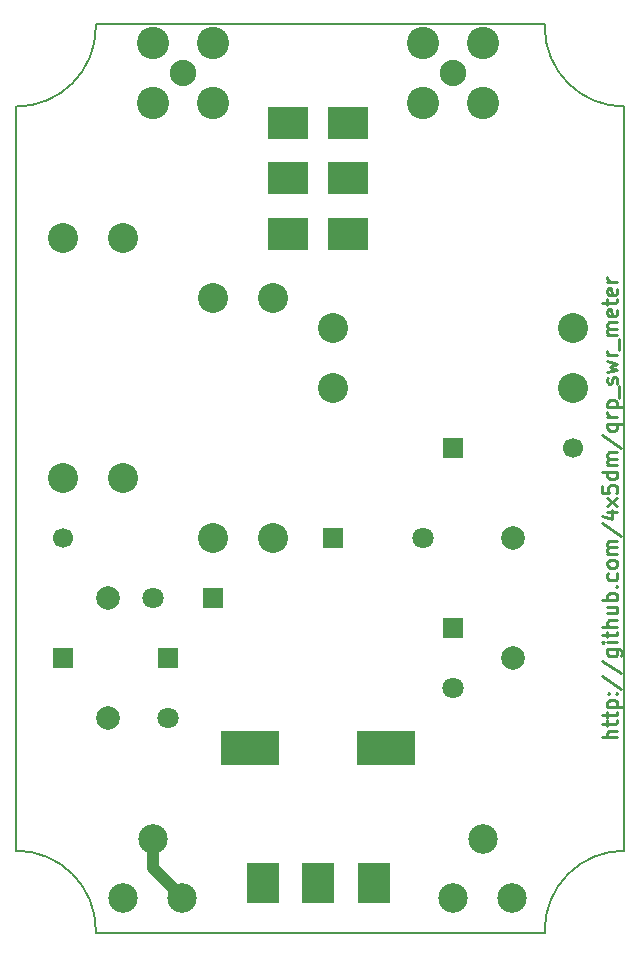
<source format=gbr>
G04 #@! TF.FileFunction,Copper,L1,Top,Signal*
%FSLAX46Y46*%
G04 Gerber Fmt 4.6, Leading zero omitted, Abs format (unit mm)*
G04 Created by KiCad (PCBNEW 4.0.4-stable) date 09/05/16 00:54:51*
%MOMM*%
%LPD*%
G01*
G04 APERTURE LIST*
%ADD10C,0.100000*%
%ADD11C,0.150000*%
%ADD12C,0.250000*%
%ADD13R,5.000000X3.000000*%
%ADD14C,2.000000*%
%ADD15C,1.998980*%
%ADD16C,2.499360*%
%ADD17C,2.740000*%
%ADD18C,2.240000*%
%ADD19R,2.800000X3.400000*%
%ADD20R,3.400000X2.800000*%
%ADD21R,1.800000X1.800000*%
%ADD22C,1.800000*%
%ADD23C,1.699260*%
%ADD24R,1.699260X1.699260*%
%ADD25C,2.540000*%
%ADD26C,1.000000*%
%ADD27C,0.750000*%
G04 APERTURE END LIST*
D10*
D11*
X124700000Y-65660000D02*
X124700000Y-65910000D01*
X162700000Y-65660000D02*
X124700000Y-65660000D01*
X162700000Y-65910000D02*
X162700000Y-65660000D01*
X162700000Y-142660000D02*
X162700000Y-142410000D01*
X124700000Y-142660000D02*
X162700000Y-142660000D01*
X124700000Y-142410000D02*
X124700000Y-142660000D01*
X117950000Y-72660000D02*
X117950000Y-135660000D01*
X169450000Y-135660000D02*
X169450000Y-72660000D01*
X169450000Y-135660000D02*
G75*
G03X162700000Y-142410000I0J-6750000D01*
G01*
X124700000Y-142410000D02*
G75*
G03X117950000Y-135660000I-6750000J0D01*
G01*
X117950000Y-72660000D02*
G75*
G03X124700000Y-65910000I0J6750000D01*
G01*
X162700000Y-65910000D02*
G75*
G03X169450000Y-72660000I6750000J0D01*
G01*
D12*
X168840476Y-126055001D02*
X167590476Y-126055001D01*
X168840476Y-125519287D02*
X168185714Y-125519287D01*
X168066667Y-125578810D01*
X168007143Y-125697858D01*
X168007143Y-125876430D01*
X168066667Y-125995477D01*
X168126190Y-126055001D01*
X168007143Y-125102620D02*
X168007143Y-124626430D01*
X167590476Y-124924049D02*
X168661905Y-124924049D01*
X168780952Y-124864525D01*
X168840476Y-124745478D01*
X168840476Y-124626430D01*
X168007143Y-124388334D02*
X168007143Y-123912144D01*
X167590476Y-124209763D02*
X168661905Y-124209763D01*
X168780952Y-124150239D01*
X168840476Y-124031192D01*
X168840476Y-123912144D01*
X168007143Y-123495477D02*
X169257143Y-123495477D01*
X168066667Y-123495477D02*
X168007143Y-123376429D01*
X168007143Y-123138334D01*
X168066667Y-123019286D01*
X168126190Y-122959763D01*
X168245238Y-122900239D01*
X168602381Y-122900239D01*
X168721429Y-122959763D01*
X168780952Y-123019286D01*
X168840476Y-123138334D01*
X168840476Y-123376429D01*
X168780952Y-123495477D01*
X168721429Y-122364525D02*
X168780952Y-122305001D01*
X168840476Y-122364525D01*
X168780952Y-122424049D01*
X168721429Y-122364525D01*
X168840476Y-122364525D01*
X168066667Y-122364525D02*
X168126190Y-122305001D01*
X168185714Y-122364525D01*
X168126190Y-122424049D01*
X168066667Y-122364525D01*
X168185714Y-122364525D01*
X167530952Y-120876430D02*
X169138095Y-121947858D01*
X167530952Y-119566906D02*
X169138095Y-120638334D01*
X168007143Y-118614525D02*
X169019048Y-118614525D01*
X169138095Y-118674048D01*
X169197619Y-118733572D01*
X169257143Y-118852620D01*
X169257143Y-119031191D01*
X169197619Y-119150239D01*
X168780952Y-118614525D02*
X168840476Y-118733572D01*
X168840476Y-118971668D01*
X168780952Y-119090715D01*
X168721429Y-119150239D01*
X168602381Y-119209763D01*
X168245238Y-119209763D01*
X168126190Y-119150239D01*
X168066667Y-119090715D01*
X168007143Y-118971668D01*
X168007143Y-118733572D01*
X168066667Y-118614525D01*
X168840476Y-118019287D02*
X168007143Y-118019287D01*
X167590476Y-118019287D02*
X167650000Y-118078811D01*
X167709524Y-118019287D01*
X167650000Y-117959763D01*
X167590476Y-118019287D01*
X167709524Y-118019287D01*
X168007143Y-117602620D02*
X168007143Y-117126430D01*
X167590476Y-117424049D02*
X168661905Y-117424049D01*
X168780952Y-117364525D01*
X168840476Y-117245478D01*
X168840476Y-117126430D01*
X168840476Y-116709763D02*
X167590476Y-116709763D01*
X168840476Y-116174049D02*
X168185714Y-116174049D01*
X168066667Y-116233572D01*
X168007143Y-116352620D01*
X168007143Y-116531192D01*
X168066667Y-116650239D01*
X168126190Y-116709763D01*
X168007143Y-115043097D02*
X168840476Y-115043097D01*
X168007143Y-115578811D02*
X168661905Y-115578811D01*
X168780952Y-115519287D01*
X168840476Y-115400240D01*
X168840476Y-115221668D01*
X168780952Y-115102620D01*
X168721429Y-115043097D01*
X168840476Y-114447859D02*
X167590476Y-114447859D01*
X168066667Y-114447859D02*
X168007143Y-114328811D01*
X168007143Y-114090716D01*
X168066667Y-113971668D01*
X168126190Y-113912145D01*
X168245238Y-113852621D01*
X168602381Y-113852621D01*
X168721429Y-113912145D01*
X168780952Y-113971668D01*
X168840476Y-114090716D01*
X168840476Y-114328811D01*
X168780952Y-114447859D01*
X168721429Y-113316907D02*
X168780952Y-113257383D01*
X168840476Y-113316907D01*
X168780952Y-113376431D01*
X168721429Y-113316907D01*
X168840476Y-113316907D01*
X168780952Y-112185955D02*
X168840476Y-112305002D01*
X168840476Y-112543098D01*
X168780952Y-112662145D01*
X168721429Y-112721669D01*
X168602381Y-112781193D01*
X168245238Y-112781193D01*
X168126190Y-112721669D01*
X168066667Y-112662145D01*
X168007143Y-112543098D01*
X168007143Y-112305002D01*
X168066667Y-112185955D01*
X168840476Y-111471669D02*
X168780952Y-111590716D01*
X168721429Y-111650240D01*
X168602381Y-111709764D01*
X168245238Y-111709764D01*
X168126190Y-111650240D01*
X168066667Y-111590716D01*
X168007143Y-111471669D01*
X168007143Y-111293097D01*
X168066667Y-111174049D01*
X168126190Y-111114526D01*
X168245238Y-111055002D01*
X168602381Y-111055002D01*
X168721429Y-111114526D01*
X168780952Y-111174049D01*
X168840476Y-111293097D01*
X168840476Y-111471669D01*
X168840476Y-110519288D02*
X168007143Y-110519288D01*
X168126190Y-110519288D02*
X168066667Y-110459764D01*
X168007143Y-110340717D01*
X168007143Y-110162145D01*
X168066667Y-110043097D01*
X168185714Y-109983574D01*
X168840476Y-109983574D01*
X168185714Y-109983574D02*
X168066667Y-109924050D01*
X168007143Y-109805002D01*
X168007143Y-109626431D01*
X168066667Y-109507383D01*
X168185714Y-109447859D01*
X168840476Y-109447859D01*
X167530952Y-107959764D02*
X169138095Y-109031192D01*
X168007143Y-107007383D02*
X168840476Y-107007383D01*
X167530952Y-107305002D02*
X168423810Y-107602621D01*
X168423810Y-106828811D01*
X168840476Y-106471669D02*
X168007143Y-105816907D01*
X168007143Y-106471669D02*
X168840476Y-105816907D01*
X167590476Y-104745478D02*
X167590476Y-105340716D01*
X168185714Y-105400240D01*
X168126190Y-105340716D01*
X168066667Y-105221668D01*
X168066667Y-104924049D01*
X168126190Y-104805002D01*
X168185714Y-104745478D01*
X168304762Y-104685954D01*
X168602381Y-104685954D01*
X168721429Y-104745478D01*
X168780952Y-104805002D01*
X168840476Y-104924049D01*
X168840476Y-105221668D01*
X168780952Y-105340716D01*
X168721429Y-105400240D01*
X168840476Y-103614526D02*
X167590476Y-103614526D01*
X168780952Y-103614526D02*
X168840476Y-103733573D01*
X168840476Y-103971669D01*
X168780952Y-104090716D01*
X168721429Y-104150240D01*
X168602381Y-104209764D01*
X168245238Y-104209764D01*
X168126190Y-104150240D01*
X168066667Y-104090716D01*
X168007143Y-103971669D01*
X168007143Y-103733573D01*
X168066667Y-103614526D01*
X168840476Y-103019288D02*
X168007143Y-103019288D01*
X168126190Y-103019288D02*
X168066667Y-102959764D01*
X168007143Y-102840717D01*
X168007143Y-102662145D01*
X168066667Y-102543097D01*
X168185714Y-102483574D01*
X168840476Y-102483574D01*
X168185714Y-102483574D02*
X168066667Y-102424050D01*
X168007143Y-102305002D01*
X168007143Y-102126431D01*
X168066667Y-102007383D01*
X168185714Y-101947859D01*
X168840476Y-101947859D01*
X167530952Y-100459764D02*
X169138095Y-101531192D01*
X168007143Y-99507383D02*
X169257143Y-99507383D01*
X168780952Y-99507383D02*
X168840476Y-99626430D01*
X168840476Y-99864526D01*
X168780952Y-99983573D01*
X168721429Y-100043097D01*
X168602381Y-100102621D01*
X168245238Y-100102621D01*
X168126190Y-100043097D01*
X168066667Y-99983573D01*
X168007143Y-99864526D01*
X168007143Y-99626430D01*
X168066667Y-99507383D01*
X168840476Y-98912145D02*
X168007143Y-98912145D01*
X168245238Y-98912145D02*
X168126190Y-98852621D01*
X168066667Y-98793097D01*
X168007143Y-98674050D01*
X168007143Y-98555002D01*
X168007143Y-98138335D02*
X169257143Y-98138335D01*
X168066667Y-98138335D02*
X168007143Y-98019287D01*
X168007143Y-97781192D01*
X168066667Y-97662144D01*
X168126190Y-97602621D01*
X168245238Y-97543097D01*
X168602381Y-97543097D01*
X168721429Y-97602621D01*
X168780952Y-97662144D01*
X168840476Y-97781192D01*
X168840476Y-98019287D01*
X168780952Y-98138335D01*
X168959524Y-97305002D02*
X168959524Y-96352621D01*
X168780952Y-96114526D02*
X168840476Y-95995478D01*
X168840476Y-95757383D01*
X168780952Y-95638335D01*
X168661905Y-95578811D01*
X168602381Y-95578811D01*
X168483333Y-95638335D01*
X168423810Y-95757383D01*
X168423810Y-95935954D01*
X168364286Y-96055002D01*
X168245238Y-96114526D01*
X168185714Y-96114526D01*
X168066667Y-96055002D01*
X168007143Y-95935954D01*
X168007143Y-95757383D01*
X168066667Y-95638335D01*
X168007143Y-95162145D02*
X168840476Y-94924049D01*
X168245238Y-94685954D01*
X168840476Y-94447859D01*
X168007143Y-94209764D01*
X168840476Y-93733573D02*
X168007143Y-93733573D01*
X168245238Y-93733573D02*
X168126190Y-93674049D01*
X168066667Y-93614525D01*
X168007143Y-93495478D01*
X168007143Y-93376430D01*
X168959524Y-93257382D02*
X168959524Y-92305001D01*
X168840476Y-92007382D02*
X168007143Y-92007382D01*
X168126190Y-92007382D02*
X168066667Y-91947858D01*
X168007143Y-91828811D01*
X168007143Y-91650239D01*
X168066667Y-91531191D01*
X168185714Y-91471668D01*
X168840476Y-91471668D01*
X168185714Y-91471668D02*
X168066667Y-91412144D01*
X168007143Y-91293096D01*
X168007143Y-91114525D01*
X168066667Y-90995477D01*
X168185714Y-90935953D01*
X168840476Y-90935953D01*
X168780952Y-89864524D02*
X168840476Y-89983572D01*
X168840476Y-90221667D01*
X168780952Y-90340715D01*
X168661905Y-90400239D01*
X168185714Y-90400239D01*
X168066667Y-90340715D01*
X168007143Y-90221667D01*
X168007143Y-89983572D01*
X168066667Y-89864524D01*
X168185714Y-89805001D01*
X168304762Y-89805001D01*
X168423810Y-90400239D01*
X168007143Y-89447857D02*
X168007143Y-88971667D01*
X167590476Y-89269286D02*
X168661905Y-89269286D01*
X168780952Y-89209762D01*
X168840476Y-89090715D01*
X168840476Y-88971667D01*
X168780952Y-88078809D02*
X168840476Y-88197857D01*
X168840476Y-88435952D01*
X168780952Y-88555000D01*
X168661905Y-88614524D01*
X168185714Y-88614524D01*
X168066667Y-88555000D01*
X168007143Y-88435952D01*
X168007143Y-88197857D01*
X168066667Y-88078809D01*
X168185714Y-88019286D01*
X168304762Y-88019286D01*
X168423810Y-88614524D01*
X168840476Y-87483571D02*
X168007143Y-87483571D01*
X168245238Y-87483571D02*
X168126190Y-87424047D01*
X168066667Y-87364523D01*
X168007143Y-87245476D01*
X168007143Y-87126428D01*
D13*
X137760000Y-127000000D03*
X149260000Y-127000000D03*
D14*
X125730000Y-114300000D03*
X125730000Y-124460000D03*
D15*
X160020000Y-109220000D03*
X160020000Y-119380000D03*
D16*
X157439360Y-134660640D03*
X159938720Y-139700000D03*
X154940000Y-139700000D03*
X129499360Y-134660640D03*
X131998720Y-139700000D03*
X127000000Y-139700000D03*
D17*
X129540000Y-67310000D03*
X129540000Y-72390000D03*
X134620000Y-72390000D03*
X134620000Y-67310000D03*
D18*
X132080000Y-69850000D03*
D17*
X152400000Y-67310000D03*
X152400000Y-72390000D03*
X157480000Y-72390000D03*
X157480000Y-67310000D03*
D18*
X154940000Y-69850000D03*
D19*
X148210000Y-138430000D03*
X143510000Y-138430000D03*
X138810000Y-138430000D03*
D20*
X140970000Y-74040000D03*
X140970000Y-78740000D03*
X140970000Y-83440000D03*
X146050000Y-74040000D03*
X146050000Y-78740000D03*
X146050000Y-83440000D03*
D21*
X134620000Y-114300000D03*
D22*
X129540000Y-114300000D03*
D21*
X130810000Y-119380000D03*
D22*
X130810000Y-124460000D03*
D21*
X144780000Y-109220000D03*
D22*
X152400000Y-109220000D03*
D21*
X154940000Y-116840000D03*
D22*
X154940000Y-121920000D03*
D23*
X121917460Y-109219480D03*
D24*
X121917460Y-119379480D03*
D23*
X165100520Y-101597460D03*
D24*
X154940520Y-101597460D03*
D25*
X134620000Y-88900000D03*
X134620000Y-109220000D03*
X127000000Y-104140000D03*
X127000000Y-83820000D03*
X139700000Y-88900000D03*
X139700000Y-109220000D03*
X121920000Y-104140000D03*
X121920000Y-83820000D03*
X165100000Y-96520000D03*
X144780000Y-96520000D03*
X165100000Y-91440000D03*
X144780000Y-91440000D03*
D26*
X129499360Y-137119360D02*
X129499360Y-134660640D01*
X131998720Y-139618720D02*
X129499360Y-137119360D01*
D27*
X131998720Y-139700000D02*
X131998720Y-139618720D01*
M02*

</source>
